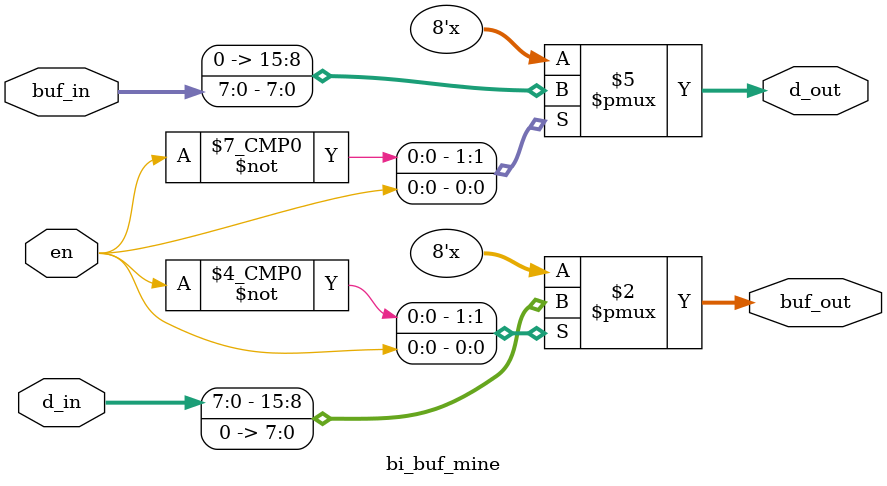
<source format=v>
module bi_buf_mine(
    input [7:0] d_in,
    input [7:0] buf_in,
    input en,
    output reg [7:0] buf_out,
    output reg [7:0] d_out
);

always @(d_in, en, buf_in) begin
    buf_out = 8'b0;
    d_out = 8'b0;
    case(en)
        1'b0 : buf_out = d_in;

        1'b1 : d_out = buf_in;
    endcase
end



endmodule
</source>
